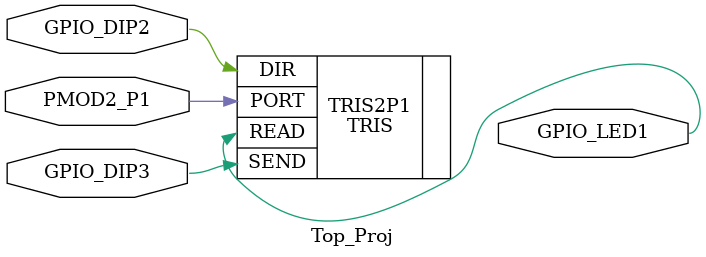
<source format=v>
module Top_Proj(
	PMOD2_P1,     
	GPIO_LED1,
	GPIO_DIP2,
	GPIO_DIP3
	);

	//Entradas
	input GPIO_DIP2, GPIO_DIP3;
	
	//Saidas
	output GPIO_LED1 ;      	
	inout PMOD2_P1;

	
	TRIS TRIS2P1(
    .PORT(PMOD2_P1),
    .DIR(GPIO_DIP2),
    .SEND(GPIO_DIP3),
    .READ(GPIO_LED1)	
	);
 endmodule 
</source>
